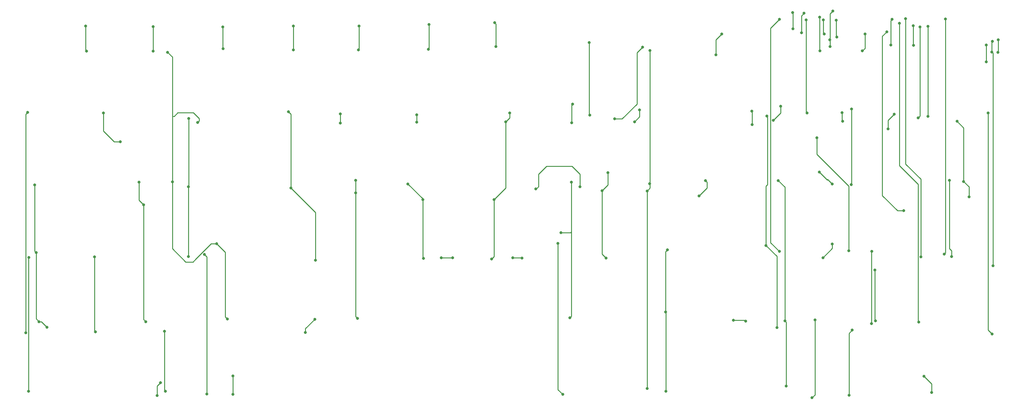
<source format=gbr>
G04 #@! TF.GenerationSoftware,KiCad,Pcbnew,5.1.5+dfsg1-2build2*
G04 #@! TF.CreationDate,2024-05-31T17:47:08+01:00*
G04 #@! TF.ProjectId,membrane1,6d656d62-7261-46e6-9531-2e6b69636164,rev?*
G04 #@! TF.SameCoordinates,Original*
G04 #@! TF.FileFunction,Copper,L2,Bot*
G04 #@! TF.FilePolarity,Positive*
%FSLAX46Y46*%
G04 Gerber Fmt 4.6, Leading zero omitted, Abs format (unit mm)*
G04 Created by KiCad (PCBNEW 5.1.5+dfsg1-2build2) date 2024-05-31 17:47:08*
%MOMM*%
%LPD*%
G04 APERTURE LIST*
%ADD10C,0.800000*%
%ADD11C,0.250000*%
G04 APERTURE END LIST*
D10*
X338200000Y-98500000D03*
X338100000Y-102000000D03*
X293500000Y-93100000D03*
X293600000Y-97800000D03*
X203400000Y-118800000D03*
X202300000Y-121200000D03*
X199100000Y-142700000D03*
X198400000Y-159200000D03*
X204200000Y-158800000D03*
X206800000Y-158900000D03*
X336500000Y-179900000D03*
X335400000Y-118800000D03*
X297700000Y-117700000D03*
X297600000Y-138600000D03*
X220400000Y-137900000D03*
X160900000Y-140900000D03*
X160900000Y-137400000D03*
X161400000Y-175600000D03*
X156600000Y-121600000D03*
X156600000Y-119000000D03*
X220000000Y-175400000D03*
X289900000Y-93000000D03*
X290200000Y-96900000D03*
X301400000Y-96900000D03*
X300700000Y-101600000D03*
X217500000Y-151900000D03*
X109000000Y-102000000D03*
X110300000Y-137800000D03*
X125500000Y-175775000D03*
X265100000Y-176100000D03*
X268500000Y-176375000D03*
X279300000Y-176300000D03*
X279700000Y-194300000D03*
X277500000Y-137500000D03*
X270300000Y-122000000D03*
X270200000Y-118300000D03*
X309500000Y-119100000D03*
X307800000Y-123200000D03*
X285200000Y-93000000D03*
X285400000Y-118800000D03*
X122500000Y-154900000D03*
X117300000Y-121400000D03*
X70400000Y-118600000D03*
X69875000Y-179600000D03*
X303200000Y-177000000D03*
X303300000Y-157000000D03*
X307400000Y-96300000D03*
X281500000Y-95500000D03*
X281400000Y-91000000D03*
X312100000Y-145800000D03*
X336700000Y-161000000D03*
X336400000Y-101900000D03*
X177700000Y-119300000D03*
X177700000Y-121300000D03*
X175300000Y-138400000D03*
X179400000Y-142700000D03*
X179600000Y-159000000D03*
X184500000Y-158800000D03*
X187600000Y-158800000D03*
X292500000Y-90600000D03*
X291800000Y-100400000D03*
X240000000Y-100600000D03*
X232300000Y-120400000D03*
X336600000Y-99000000D03*
X291700000Y-98575000D03*
X288900000Y-92300000D03*
X289000000Y-101600000D03*
X242100000Y-101500000D03*
X241300000Y-140325000D03*
X242000000Y-138300000D03*
X143000000Y-139500000D03*
X149800000Y-159500000D03*
X142300000Y-118400000D03*
X241300000Y-194975000D03*
X319800000Y-196100000D03*
X317700000Y-191600000D03*
X222800000Y-139200000D03*
X210600000Y-139800000D03*
X91300000Y-118800000D03*
X95900000Y-126700000D03*
X101100000Y-137900000D03*
X102400000Y-144200000D03*
X103000000Y-176475000D03*
X149600000Y-175800000D03*
X147000000Y-179500000D03*
X277100000Y-178100000D03*
X274100000Y-155400000D03*
X288800000Y-135100000D03*
X274300000Y-119600000D03*
X257400000Y-137500000D03*
X255600000Y-141700000D03*
X292400000Y-138425000D03*
X284600000Y-91200000D03*
X283900000Y-96600000D03*
X261900000Y-96900000D03*
X260300000Y-102700000D03*
X72300000Y-138700000D03*
X72700000Y-157400000D03*
X73500000Y-176475000D03*
X75700000Y-178000000D03*
X108100000Y-179100000D03*
X108400000Y-195700000D03*
X246500000Y-195700000D03*
X246400000Y-173800000D03*
X246900000Y-156600000D03*
X277800000Y-92900000D03*
X277800000Y-157075000D03*
X323600000Y-92800000D03*
X323300000Y-157800000D03*
X316600000Y-95000000D03*
X316100000Y-120100000D03*
X237800000Y-121200000D03*
X239200000Y-117900000D03*
X276100000Y-120800000D03*
X278100000Y-116900000D03*
X328600000Y-137700000D03*
X330100000Y-142000000D03*
X326800000Y-121100000D03*
X296900000Y-156900000D03*
X288100000Y-125600000D03*
X312600000Y-92700000D03*
X316800000Y-158600000D03*
X289800000Y-158800000D03*
X292400000Y-155000000D03*
X228900000Y-140300000D03*
X230500000Y-135300000D03*
X220500000Y-121500000D03*
X220700000Y-116300000D03*
X230000000Y-158900000D03*
X114800000Y-120300000D03*
X114700000Y-139200000D03*
X114700000Y-158500000D03*
X88800000Y-158600000D03*
X89100000Y-179300000D03*
X308900000Y-92900000D03*
X308500000Y-100000000D03*
X225300000Y-99300000D03*
X225500000Y-119400000D03*
X318800000Y-94800000D03*
X318800000Y-119700000D03*
X70600000Y-195700000D03*
X70700000Y-158700000D03*
X295100000Y-118700000D03*
X295200000Y-121100000D03*
X324700000Y-137400000D03*
X325300000Y-158500000D03*
X314700000Y-94600000D03*
X314800000Y-100100000D03*
X334900000Y-104600000D03*
X334900000Y-100000000D03*
X304100000Y-162200000D03*
X304300000Y-176300000D03*
X287600000Y-176000000D03*
X286800000Y-197550000D03*
X127000000Y-196600000D03*
X127000000Y-191500000D03*
X119100000Y-157900000D03*
X119800000Y-196500000D03*
X106100000Y-196900000D03*
X107000000Y-193400000D03*
X310900000Y-94000000D03*
X316200000Y-176600000D03*
X297900000Y-178800000D03*
X297000000Y-196825000D03*
X218000000Y-196600000D03*
X216700000Y-154800000D03*
X199200000Y-93800000D03*
X199600000Y-100400000D03*
X181100000Y-94300000D03*
X180900000Y-101200000D03*
X161800000Y-94700000D03*
X161600000Y-101300000D03*
X143700000Y-94700000D03*
X143700000Y-101300000D03*
X124200000Y-95000000D03*
X124300000Y-101000000D03*
X105000000Y-94900000D03*
X105000000Y-101700000D03*
X86400000Y-94700000D03*
X86600000Y-101700000D03*
D11*
X338200000Y-101900000D02*
X338100000Y-102000000D01*
X338200000Y-98500000D02*
X338200000Y-101900000D01*
X293500000Y-97700000D02*
X293600000Y-97800000D01*
X293500000Y-93100000D02*
X293500000Y-97700000D01*
X203400000Y-120100000D02*
X202300000Y-121200000D01*
X203400000Y-118800000D02*
X203400000Y-120100000D01*
X202300000Y-139500000D02*
X199100000Y-142700000D01*
X202300000Y-121200000D02*
X202300000Y-139500000D01*
X199100000Y-158500000D02*
X198400000Y-159200000D01*
X199100000Y-142700000D02*
X199100000Y-158500000D01*
X206700000Y-158800000D02*
X206800000Y-158900000D01*
X204200000Y-158800000D02*
X206700000Y-158800000D01*
X335400000Y-178800000D02*
X335400000Y-118800000D01*
X336500000Y-179900000D02*
X335400000Y-178800000D01*
X297700000Y-138500000D02*
X297600000Y-138600000D01*
X297700000Y-117700000D02*
X297700000Y-138500000D01*
X220400000Y-137900000D02*
X220400000Y-140100000D01*
X160900000Y-140900000D02*
X160900000Y-137400000D01*
X160900000Y-175100000D02*
X161400000Y-175600000D01*
X160900000Y-140900000D02*
X160900000Y-175100000D01*
X156600000Y-121600000D02*
X156600000Y-119000000D01*
X220400000Y-175000000D02*
X220000000Y-175400000D01*
X220400000Y-140100000D02*
X220400000Y-175000000D01*
X289900000Y-96600000D02*
X290200000Y-96900000D01*
X289900000Y-93000000D02*
X289900000Y-96600000D01*
X301400000Y-100900000D02*
X300700000Y-101600000D01*
X301400000Y-96900000D02*
X301400000Y-100900000D01*
X217500000Y-151900000D02*
X220100000Y-151900000D01*
X220100000Y-151900000D02*
X220400000Y-151600000D01*
X110300000Y-103300000D02*
X110300000Y-137800000D01*
X109000000Y-102000000D02*
X110300000Y-103300000D01*
X124900000Y-175175000D02*
X125500000Y-175775000D01*
X265100000Y-176100000D02*
X268200000Y-176100000D01*
X268475000Y-176375000D02*
X268500000Y-176375000D01*
X268200000Y-176100000D02*
X268475000Y-176375000D01*
X279700000Y-176700000D02*
X279700000Y-194300000D01*
X279300000Y-176300000D02*
X279700000Y-176700000D01*
X279300000Y-176300000D02*
X279300000Y-139300000D01*
X279300000Y-139300000D02*
X277500000Y-137500000D01*
X270300000Y-118400000D02*
X270200000Y-118300000D01*
X270300000Y-122000000D02*
X270300000Y-118400000D01*
X307800000Y-120800000D02*
X307800000Y-123200000D01*
X309500000Y-119100000D02*
X307800000Y-120800000D01*
X285200000Y-118600000D02*
X285400000Y-118800000D01*
X285200000Y-93000000D02*
X285200000Y-118600000D01*
X124900000Y-157300000D02*
X122500000Y-154900000D01*
X124900000Y-175175000D02*
X124900000Y-157300000D01*
X121026998Y-154900000D02*
X120526998Y-155400000D01*
X122500000Y-154900000D02*
X121026998Y-154900000D01*
X120526998Y-155400000D02*
X116800000Y-159126998D01*
X116800000Y-159126998D02*
X116800000Y-159200000D01*
X116800000Y-159200000D02*
X116000000Y-160000000D01*
X116000000Y-160000000D02*
X114000000Y-160000000D01*
X110300000Y-156300000D02*
X110300000Y-138365685D01*
X114000000Y-160000000D02*
X110300000Y-156300000D01*
X117699999Y-121000001D02*
X117699999Y-120299999D01*
X117300000Y-121400000D02*
X117699999Y-121000001D01*
X117699999Y-120299999D02*
X116100000Y-118700000D01*
X116100000Y-118700000D02*
X111800000Y-118700000D01*
X111800000Y-118700000D02*
X110800000Y-119700000D01*
X110800000Y-119700000D02*
X110300000Y-119700000D01*
X110300000Y-138365685D02*
X110300000Y-137900000D01*
X69875000Y-119125000D02*
X69875000Y-179600000D01*
X70400000Y-118600000D02*
X69875000Y-119125000D01*
X303200000Y-157100000D02*
X303300000Y-157000000D01*
X303200000Y-177000000D02*
X303200000Y-157100000D01*
X306200000Y-137931403D02*
X306200000Y-131500000D01*
X306200000Y-97500000D02*
X307400000Y-96300000D01*
X306200000Y-131500000D02*
X306200000Y-97500000D01*
X281500000Y-91100000D02*
X281400000Y-91000000D01*
X281500000Y-95500000D02*
X281500000Y-91100000D01*
X312100000Y-145800000D02*
X310400000Y-145800000D01*
X310400000Y-145800000D02*
X306200000Y-141600000D01*
X306200000Y-141600000D02*
X306200000Y-137900000D01*
X336700000Y-102200000D02*
X336400000Y-101900000D01*
X336700000Y-161000000D02*
X336700000Y-102200000D01*
X177700000Y-119300000D02*
X177700000Y-121300000D01*
X179400000Y-142500000D02*
X179400000Y-142700000D01*
X175300000Y-138400000D02*
X179400000Y-142500000D01*
X179400000Y-158800000D02*
X179600000Y-159000000D01*
X179400000Y-142700000D02*
X179400000Y-158800000D01*
X184500000Y-158800000D02*
X187600000Y-158800000D01*
X291800000Y-91300000D02*
X291800000Y-100400000D01*
X292500000Y-90600000D02*
X291800000Y-91300000D01*
X238474999Y-102125001D02*
X238474999Y-116325001D01*
X240000000Y-100600000D02*
X238474999Y-102125001D01*
X234400000Y-120400000D02*
X232300000Y-120400000D01*
X238474999Y-116325001D02*
X234400000Y-120400000D01*
X336400000Y-99200000D02*
X336600000Y-99000000D01*
X336400000Y-101900000D02*
X336400000Y-99200000D01*
X291700000Y-98575000D02*
X291700000Y-98700000D01*
X288900000Y-101500000D02*
X289000000Y-101600000D01*
X288900000Y-92300000D02*
X288900000Y-101500000D01*
X242100000Y-139525000D02*
X241300000Y-140325000D01*
X242100000Y-138200000D02*
X242000000Y-138300000D01*
X242100000Y-101500000D02*
X242100000Y-138200000D01*
X242100000Y-138200000D02*
X242100000Y-139525000D01*
X149800000Y-146300000D02*
X149800000Y-159500000D01*
X143000000Y-139500000D02*
X149800000Y-146300000D01*
X143000000Y-119100000D02*
X142300000Y-118400000D01*
X143000000Y-139500000D02*
X143000000Y-119100000D01*
X241300000Y-140325000D02*
X241300000Y-194975000D01*
X319800000Y-193700000D02*
X317700000Y-191600000D01*
X319800000Y-196100000D02*
X319800000Y-193700000D01*
X222800000Y-139200000D02*
X222800000Y-138634315D01*
X222800000Y-138634315D02*
X222800000Y-135700000D01*
X222800000Y-135700000D02*
X220600000Y-133500000D01*
X220600000Y-133500000D02*
X213500000Y-133500000D01*
X213500000Y-133500000D02*
X211300000Y-135700000D01*
X211300000Y-135700000D02*
X211300000Y-139200000D01*
X210700000Y-139800000D02*
X210600000Y-139800000D01*
X211300000Y-139200000D02*
X210700000Y-139800000D01*
X91300000Y-118800000D02*
X91300000Y-123800000D01*
X94200000Y-126700000D02*
X95900000Y-126700000D01*
X91300000Y-123800000D02*
X94200000Y-126700000D01*
X101100000Y-142900000D02*
X102400000Y-144200000D01*
X101100000Y-137900000D02*
X101100000Y-142900000D01*
X102400000Y-175875000D02*
X103000000Y-176475000D01*
X102400000Y-144200000D02*
X102400000Y-175875000D01*
X147000000Y-178400000D02*
X147000000Y-179500000D01*
X149600000Y-175800000D02*
X147000000Y-178400000D01*
X277100000Y-158400000D02*
X274100000Y-155400000D01*
X277100000Y-178100000D02*
X277100000Y-158400000D01*
X274100000Y-139000000D02*
X274500000Y-138600000D01*
X274100000Y-155400000D02*
X274100000Y-139000000D01*
X274500000Y-119800000D02*
X274300000Y-119600000D01*
X274500000Y-138600000D02*
X274500000Y-119800000D01*
X257799999Y-137899999D02*
X257799999Y-139500001D01*
X257400000Y-137500000D02*
X257799999Y-137899999D01*
X257799999Y-139500001D02*
X255600000Y-141700000D01*
X290850000Y-137150000D02*
X291125000Y-137150000D01*
X291125000Y-137150000D02*
X292400000Y-138425000D01*
X291000000Y-137300000D02*
X290850000Y-137150000D01*
X290850000Y-137150000D02*
X288800000Y-135100000D01*
X283900000Y-91900000D02*
X283900000Y-96600000D01*
X284600000Y-91200000D02*
X283900000Y-91900000D01*
X261900000Y-96900000D02*
X260300000Y-98500000D01*
X260300000Y-98500000D02*
X260300000Y-102700000D01*
X72300000Y-157000000D02*
X72700000Y-157400000D01*
X72300000Y-138700000D02*
X72300000Y-157000000D01*
X72700000Y-175675000D02*
X73500000Y-176475000D01*
X72700000Y-157400000D02*
X72700000Y-175675000D01*
X74175000Y-176475000D02*
X75700000Y-178000000D01*
X73500000Y-176475000D02*
X74175000Y-176475000D01*
X108100000Y-195400000D02*
X108400000Y-195700000D01*
X108100000Y-179100000D02*
X108100000Y-195400000D01*
X246500000Y-173900000D02*
X246400000Y-173800000D01*
X246500000Y-195700000D02*
X246500000Y-173900000D01*
X246400000Y-157100000D02*
X246900000Y-156600000D01*
X246400000Y-173800000D02*
X246400000Y-157100000D01*
X275374999Y-154649999D02*
X277800000Y-157075000D01*
X275374999Y-95325001D02*
X275374999Y-154649999D01*
X277800000Y-92900000D02*
X275374999Y-95325001D01*
X323600000Y-157500000D02*
X323300000Y-157800000D01*
X323600000Y-92800000D02*
X323600000Y-157500000D01*
X316600000Y-119600000D02*
X316100000Y-120100000D01*
X316600000Y-95000000D02*
X316600000Y-119600000D01*
X239200000Y-119800000D02*
X239200000Y-117900000D01*
X237800000Y-121200000D02*
X239200000Y-119800000D01*
X278100000Y-118800000D02*
X278100000Y-116900000D01*
X276100000Y-120800000D02*
X278100000Y-118800000D01*
X330100000Y-139200000D02*
X330100000Y-142000000D01*
X328600000Y-137700000D02*
X330100000Y-139200000D01*
X328600000Y-122900000D02*
X326800000Y-121100000D01*
X328600000Y-137700000D02*
X328600000Y-122900000D01*
X288100000Y-130173002D02*
X288100000Y-125600000D01*
X296900000Y-138973002D02*
X288100000Y-130173002D01*
X296900000Y-156900000D02*
X296900000Y-138973002D01*
X312600000Y-92700000D02*
X312600000Y-132900000D01*
X316800000Y-137100000D02*
X316800000Y-158600000D01*
X312600000Y-132900000D02*
X316800000Y-137100000D01*
X292400000Y-156200000D02*
X292400000Y-155000000D01*
X289800000Y-158800000D02*
X292400000Y-156200000D01*
X230500000Y-138700000D02*
X230500000Y-135300000D01*
X228900000Y-140300000D02*
X230500000Y-138700000D01*
X220500000Y-116500000D02*
X220700000Y-116300000D01*
X220500000Y-121500000D02*
X220500000Y-116500000D01*
X228900000Y-157800000D02*
X230000000Y-158900000D01*
X228900000Y-140300000D02*
X228900000Y-157800000D01*
X114800000Y-139100000D02*
X114700000Y-139200000D01*
X114800000Y-120300000D02*
X114800000Y-139100000D01*
X114700000Y-139200000D02*
X114700000Y-158500000D01*
X88800000Y-179000000D02*
X89100000Y-179300000D01*
X88800000Y-158600000D02*
X88800000Y-179000000D01*
X308500000Y-93300000D02*
X308500000Y-100000000D01*
X308900000Y-92900000D02*
X308500000Y-93300000D01*
X225300000Y-119200000D02*
X225500000Y-119400000D01*
X225300000Y-99300000D02*
X225300000Y-119200000D01*
X318800000Y-94800000D02*
X318800000Y-119700000D01*
X70600000Y-158800000D02*
X70700000Y-158700000D01*
X70600000Y-195700000D02*
X70600000Y-158800000D01*
X295100000Y-121000000D02*
X295200000Y-121100000D01*
X295100000Y-118700000D02*
X295100000Y-121000000D01*
X324700000Y-137400000D02*
X324700000Y-156300000D01*
X325300000Y-156900000D02*
X325300000Y-158500000D01*
X324700000Y-156300000D02*
X325300000Y-156900000D01*
X314700000Y-100000000D02*
X314800000Y-100100000D01*
X314700000Y-94600000D02*
X314700000Y-100000000D01*
X334900000Y-104600000D02*
X334900000Y-100000000D01*
X304100000Y-176100000D02*
X304300000Y-176300000D01*
X304100000Y-162200000D02*
X304100000Y-176100000D01*
X287600000Y-196750000D02*
X286800000Y-197550000D01*
X287600000Y-176000000D02*
X287600000Y-196750000D01*
X127000000Y-196600000D02*
X127000000Y-191500000D01*
X119800000Y-158600000D02*
X119800000Y-196500000D01*
X119100000Y-157900000D02*
X119800000Y-158600000D01*
X106100000Y-194300000D02*
X107000000Y-193400000D01*
X106100000Y-196900000D02*
X106100000Y-194300000D01*
X310900000Y-94000000D02*
X310900000Y-133300000D01*
X316074999Y-176474999D02*
X316200000Y-176600000D01*
X316074999Y-138474999D02*
X316074999Y-176474999D01*
X310900000Y-133300000D02*
X316074999Y-138474999D01*
X297000000Y-179700000D02*
X297000000Y-196825000D01*
X297900000Y-178800000D02*
X297000000Y-179700000D01*
X216700000Y-195300000D02*
X216700000Y-154800000D01*
X218000000Y-196600000D02*
X216700000Y-195300000D01*
X199600000Y-94200000D02*
X199600000Y-100400000D01*
X199200000Y-93800000D02*
X199600000Y-94200000D01*
X181100000Y-101000000D02*
X180900000Y-101200000D01*
X181100000Y-94300000D02*
X181100000Y-101000000D01*
X161800000Y-101100000D02*
X161600000Y-101300000D01*
X161800000Y-94700000D02*
X161800000Y-101100000D01*
X143700000Y-94700000D02*
X143700000Y-101300000D01*
X124200000Y-100900000D02*
X124300000Y-101000000D01*
X124200000Y-95000000D02*
X124200000Y-100900000D01*
X105000000Y-94900000D02*
X105000000Y-101700000D01*
X86400000Y-101500000D02*
X86600000Y-101700000D01*
X86400000Y-94700000D02*
X86400000Y-101500000D01*
M02*

</source>
